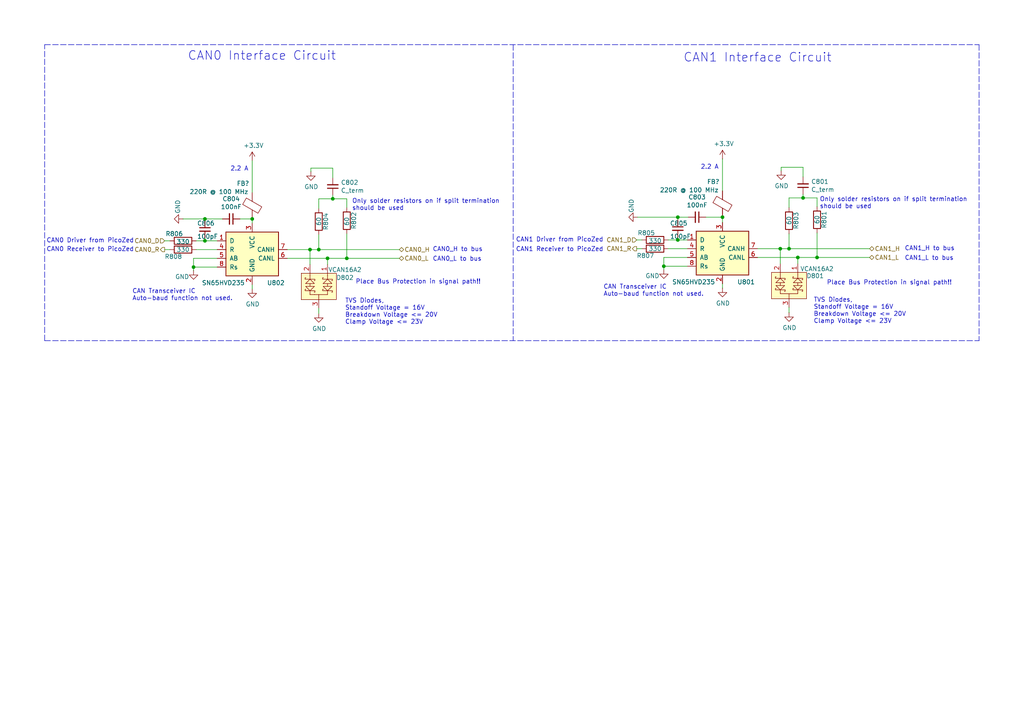
<source format=kicad_sch>
(kicad_sch (version 20231120) (generator "eeschema") (generator_version "8.0")
  (paper "A4")
  (title_block (title "Zynq-Based Master Controller") (date "2020-10-14") (rev "1.0") (company "JFH & SRM"))
  (lib_symbols
    (symbol "Device:C_Small" (pin_numbers hide) (pin_names (offset 0.254) hide)
      (property "Reference" "C" (at 0.254 1.778 0))
      (property "Value" "C_Small" (at 0.254 -2.032 0))
      (symbol "C_Small_0_1"
        (polyline (pts (xy -1.524 -0.508) (xy 1.524 -0.508)) (stroke (width 0.3302)))
        (polyline (pts (xy -1.524 0.508) (xy 1.524 0.508)) (stroke (width 0.3048)))
      )
      (symbol "C_Small_1_1"
        (pin passive line (at 0 2.54 270) (length 2.032) (name "~") (number "1"))
        (pin passive line (at 0 -2.54 90) (length 2.032) (name "~") (number "2"))
      )
    )
    (symbol "Device:FerriteBead" (pin_numbers hide) (pin_names (offset 0))
      (property "Reference" "FB" (at -3.81 0.635 90))
      (property "Value" "FerriteBead" (at 3.81 0 90))
      (symbol "FerriteBead_0_1"
        (polyline (pts (xy 0 -1.27) (xy 0 -1.2192)))
        (polyline (pts (xy 0 1.27) (xy 0 1.2954)))
        (polyline (pts (xy -2.7686 0.4064) (xy -1.7018 2.2606) (xy 2.7686 -0.3048) (xy 1.6764 -2.159) (xy -2.7686 0.4064)))
      )
      (symbol "FerriteBead_1_1"
        (pin passive line (at 0 3.81 270) (length 2.54) (name "~") (number "1"))
        (pin passive line (at 0 -3.81 90) (length 2.54) (name "~") (number "2"))
      )
    )
    (symbol "Device:R" (pin_numbers hide) (pin_names (offset 0))
      (property "Reference" "R" (at 2.032 0 90))
      (property "Value" "R" (at 0 0 90))
      (symbol "R_0_1"
        (rectangle (start -1.016 -2.54) (end 1.016 2.54) (stroke (width 0.254)))
      )
      (symbol "R_1_1"
        (pin passive line (at 0 3.81 270) (length 1.27) (name "~") (number "1"))
        (pin passive line (at 0 -3.81 90) (length 1.27) (name "~") (number "2"))
      )
    )
    (symbol "Interface_CAN_LIN:SN65HVD235" (pin_names (offset 1.016))
      (property "Reference" "U" (at -2.54 10.16 0))
      (property "Value" "SN65HVD235" (at -2.54 7.62 0))
      (symbol "SN65HVD235_0_1"
        (rectangle (start -7.62 5.08) (end 7.62 -7.62) (stroke (width 0.254)) (fill (type background)))
      )
      (symbol "SN65HVD235_1_1"
        (pin input line (at -10.16 2.54 0) (length 2.54) (name "D") (number "1"))
        (pin power_in line (at 0 -10.16 90) (length 2.54) (name "GND") (number "2"))
        (pin power_in line (at 0 7.62 270) (length 2.54) (name "VCC") (number "3"))
        (pin output line (at -10.16 0 0) (length 2.54) (name "R") (number "4"))
        (pin input line (at -10.16 -2.54 0) (length 2.54) (name "AB") (number "5"))
        (pin bidirectional line (at 10.16 -2.54 180) (length 2.54) (name "CANL") (number "6"))
        (pin bidirectional line (at 10.16 0 180) (length 2.54) (name "CANH") (number "7"))
        (pin input line (at -10.16 -5.08 0) (length 2.54) (name "Rs") (number "8"))
      )
    )
    (symbol "Vikings_passives:VCAN16A2" (pin_names (offset 1.016))
      (property "Reference" "D" (at 8.89 -8.89 0))
      (property "Value" "VCAN16A2" (at -2.54 -8.89 0))
      (symbol "VCAN16A2_1_1"
        (polyline (pts (xy 1.1176 -5.4864) (xy 1.3716 -5.4864)))
        (polyline (pts (xy 1.1176 -5.08) (xy 1.1176 -5.4864)))
        (polyline (pts (xy 2.54 -5.08) (xy 1.1176 -5.08)))
        (polyline (pts (xy 2.54 -5.08) (xy 2.54 -6.1976)))
        (polyline (pts (xy 2.54 -3.81) (xy 2.54 -3.048)))
        (polyline (pts (xy 2.54 -1.7272) (xy 2.54 -0.6096)))
        (polyline (pts (xy 2.54 -1.7272) (xy 3.9624 -1.7272)))
        (polyline (pts (xy 2.54 -0.6096) (xy 2.54 0)))
        (polyline (pts (xy 3.9624 -1.7272) (xy 3.9624 -1.3208)))
        (polyline (pts (xy 3.9624 -1.3208) (xy 3.7084 -1.3208)))
        (polyline (pts (xy 5.08 -6.1976) (xy 5.08 -7.6708)))
        (polyline (pts (xy 6.1976 -5.4864) (xy 6.4516 -5.4864)))
        (polyline (pts (xy 6.1976 -5.08) (xy 6.1976 -5.4864)))
        (polyline (pts (xy 6.2992 -6.1976) (xy 7.62 -6.1976)))
        (polyline (pts (xy 6.35 -6.1976) (xy 2.54 -6.1976)))
        (polyline (pts (xy 7.62 -5.08) (xy 6.1976 -5.08)))
        (polyline (pts (xy 7.62 -5.08) (xy 7.62 -6.1976)))
        (polyline (pts (xy 7.62 -1.7272) (xy 7.62 -0.6096)))
        (polyline (pts (xy 7.62 -1.7272) (xy 9.0424 -1.7272)))
        (polyline (pts (xy 7.62 -0.6096) (xy 7.62 0)))
        (polyline (pts (xy 9.0424 -1.7272) (xy 9.0424 -1.3208)))
        (polyline (pts (xy 9.0424 -1.3208) (xy 8.7884 -1.3208)))
        (polyline (pts (xy 7.62 -3.81) (xy 7.62 -3.048) (xy 7.62 -2.9972)))
        (polyline (pts (xy 1.27 -3.81) (xy 3.81 -3.81) (xy 2.54 -5.08) (xy 1.27 -3.81)))
        (polyline (pts (xy 2.54 -5.08) (xy 3.9624 -5.08) (xy 3.9624 -4.6736) (xy 3.7084 -4.6736)))
        (polyline (pts (xy 2.54 -1.7272) (xy 1.1176 -1.7272) (xy 1.1176 -2.1336) (xy 1.3716 -2.1336)))
        (polyline (pts (xy 3.81 -2.9972) (xy 1.27 -2.9972) (xy 2.54 -1.7272) (xy 3.81 -2.9972)))
        (polyline (pts (xy 6.35 -3.81) (xy 8.89 -3.81) (xy 7.62 -5.08) (xy 6.35 -3.81)))
        (polyline (pts (xy 7.62 -5.08) (xy 9.0424 -5.08) (xy 9.0424 -4.6736) (xy 8.7884 -4.6736)))
        (polyline (pts (xy 7.62 -1.7272) (xy 6.1976 -1.7272) (xy 6.1976 -2.1336) (xy 6.4516 -2.1336)))
        (polyline (pts (xy 8.89 -2.9972) (xy 6.35 -2.9972) (xy 7.62 -1.7272) (xy 8.89 -2.9972)))
        (rectangle (start 0 0) (end 10.16 -7.6708) (fill (type background)))
        (pin passive line (at 2.54 2.54 270) (length 2.54) (name "~") (number "1"))
        (pin passive line (at 7.62 2.54 270) (length 2.54) (name "~") (number "2"))
        (pin passive line (at 5.08 -10.16 90) (length 2.54) (name "~") (number "3"))
      )
    )
    (symbol "power:+3.3V" (power) (pin_numbers hide) (pin_names (offset 0) hide)
      (property "Value" "+3.3V" (at 0 3.556 0))
      (symbol "+3.3V_0_1"
        (polyline (pts (xy -0.762 1.27) (xy 0 2.54)))
        (polyline (pts (xy 0 0) (xy 0 2.54)))
        (polyline (pts (xy 0 2.54) (xy 0.762 1.27)))
      )
      (symbol "+3.3V_1_1"
        (pin power_in line (at 0 0 90) (length 0) (name "~") (number "1"))
      )
    )
    (symbol "power:GND" (power) (pin_numbers hide) (pin_names (offset 0) hide)
      (property "Value" "GND" (at 0 -3.81 0))
      (symbol "GND_0_1"
        (polyline (pts (xy 0 0) (xy 0 -1.27) (xy 1.27 -1.27) (xy 0 -2.54) (xy -1.27 -1.27) (xy 0 -1.27)))
      )
      (symbol "GND_1_1"
        (pin power_in line (at 0 0 270) (length 0) (name "~") (number "1"))
      )
    )
  )
  (junction (at 236.982 74.676))
  (junction (at 192.532 77.216))
  (junction (at 56.134 77.47))
  (junction (at 100.584 74.93))
  (junction (at 96.52 57.658))
  (junction (at 89.916 72.39))
  (junction (at 209.55 62.992))
  (junction (at 228.854 72.136))
  (junction (at 59.436 69.85))
  (junction (at 59.436 63.5))
  (junction (at 196.596 69.596))
  (junction (at 231.394 74.676))
  (junction (at 196.596 62.992))
  (junction (at 232.918 57.404))
  (junction (at 226.314 72.136))
  (junction (at 92.456 72.39))
  (junction (at 73.152 63.5))
  (junction (at 94.996 74.93))
  (wire (pts (xy 192.532 74.676) (xy 192.532 77.216)))
  (wire (pts (xy 94.996 76.708) (xy 94.996 74.93)))
  (wire (pts (xy 96.52 48.768) (xy 90.17 48.768)))
  (wire (pts (xy 196.596 68.834) (xy 196.596 69.596)))
  (polyline (pts (xy 283.972 12.954) (xy 283.972 98.806)) (stroke (width 0) (type dash)))
  (wire (pts (xy 219.71 72.136) (xy 226.314 72.136)))
  (wire (pts (xy 83.312 74.93) (xy 94.996 74.93)))
  (wire (pts (xy 232.918 57.404) (xy 236.982 57.404)))
  (wire (pts (xy 209.55 62.992) (xy 204.724 62.992)))
  (wire (pts (xy 69.596 63.5) (xy 73.152 63.5)))
  (wire (pts (xy 62.992 77.47) (xy 56.134 77.47)))
  (wire (pts (xy 73.152 82.55) (xy 73.152 83.82)))
  (wire (pts (xy 89.916 76.708) (xy 89.916 72.39)))
  (wire (pts (xy 236.982 57.404) (xy 236.982 59.944)))
  (wire (pts (xy 59.436 64.008) (xy 59.436 63.5)))
  (wire (pts (xy 209.55 64.516) (xy 209.55 62.992)))
  (wire (pts (xy 100.584 57.658) (xy 100.584 60.198)))
  (wire (pts (xy 59.436 69.85) (xy 62.992 69.85)))
  (wire (pts (xy 232.918 56.388) (xy 232.918 57.404)))
  (wire (pts (xy 92.456 68.072) (xy 92.456 72.39)))
  (wire (pts (xy 83.312 72.39) (xy 89.916 72.39)))
  (wire (pts (xy 90.17 48.768) (xy 90.17 49.784)))
  (wire (pts (xy 232.918 48.514) (xy 226.568 48.514)))
  (polyline (pts (xy 12.954 98.806) (xy 283.972 98.806)) (stroke (width 0) (type dash)))
  (wire (pts (xy 228.854 72.136) (xy 252.222 72.136)))
  (wire (pts (xy 209.55 82.296) (xy 209.55 83.566)))
  (wire (pts (xy 100.584 74.93) (xy 115.824 74.93)))
  (wire (pts (xy 89.916 72.39) (xy 92.456 72.39)))
  (wire (pts (xy 231.394 74.676) (xy 236.982 74.676)))
  (wire (pts (xy 219.71 74.676) (xy 231.394 74.676)))
  (wire (pts (xy 96.52 56.642) (xy 96.52 57.658)))
  (wire (pts (xy 100.584 67.818) (xy 100.584 74.93)))
  (wire (pts (xy 236.982 67.564) (xy 236.982 74.676)))
  (wire (pts (xy 184.658 69.596) (xy 186.182 69.596)))
  (wire (pts (xy 209.55 46.101) (xy 209.55 55.372)))
  (wire (pts (xy 92.456 60.452) (xy 92.456 57.658)))
  (wire (pts (xy 192.532 77.216) (xy 192.532 78.232)))
  (wire (pts (xy 94.996 74.93) (xy 100.584 74.93)))
  (wire (pts (xy 236.982 74.676) (xy 252.222 74.676)))
  (wire (pts (xy 186.182 72.136) (xy 184.658 72.136)))
  (wire (pts (xy 196.596 63.754) (xy 196.596 62.992)))
  (wire (pts (xy 62.992 74.93) (xy 56.134 74.93)))
  (wire (pts (xy 196.596 62.992) (xy 199.644 62.992)))
  (wire (pts (xy 96.52 51.562) (xy 96.52 48.768)))
  (wire (pts (xy 199.39 77.216) (xy 192.532 77.216)))
  (wire (pts (xy 199.39 72.136) (xy 193.802 72.136)))
  (wire (pts (xy 56.134 74.93) (xy 56.134 77.47)))
  (wire (pts (xy 193.802 69.596) (xy 196.596 69.596)))
  (wire (pts (xy 56.896 72.39) (xy 62.992 72.39)))
  (wire (pts (xy 231.394 76.454) (xy 231.394 74.676)))
  (polyline (pts (xy 12.954 12.954) (xy 283.972 12.954)) (stroke (width 0) (type dash)))
  (wire (pts (xy 196.596 69.596) (xy 199.39 69.596)))
  (wire (pts (xy 53.086 63.5) (xy 59.436 63.5)))
  (wire (pts (xy 232.918 51.308) (xy 232.918 48.514)))
  (wire (pts (xy 184.912 62.992) (xy 196.596 62.992)))
  (wire (pts (xy 226.314 72.136) (xy 228.854 72.136)))
  (polyline (pts (xy 148.844 12.954) (xy 148.844 98.806)) (stroke (width 0) (type dash)))
  (wire (pts (xy 73.152 64.77) (xy 73.152 63.5)))
  (wire (pts (xy 228.854 89.154) (xy 228.854 90.678)))
  (wire (pts (xy 96.52 57.658) (xy 100.584 57.658)))
  (wire (pts (xy 49.276 69.85) (xy 47.752 69.85)))
  (wire (pts (xy 56.134 77.47) (xy 56.134 78.486)))
  (wire (pts (xy 228.854 60.198) (xy 228.854 57.404)))
  (wire (pts (xy 73.152 46.609) (xy 73.152 55.88)))
  (wire (pts (xy 49.276 72.39) (xy 47.752 72.39)))
  (wire (pts (xy 59.436 69.85) (xy 59.436 69.088)))
  (wire (pts (xy 226.568 48.514) (xy 226.568 49.53)))
  (wire (pts (xy 228.854 67.818) (xy 228.854 72.136)))
  (wire (pts (xy 59.436 63.5) (xy 64.516 63.5)))
  (wire (pts (xy 228.854 57.404) (xy 232.918 57.404)))
  (wire (pts (xy 56.896 69.85) (xy 59.436 69.85)))
  (wire (pts (xy 199.39 74.676) (xy 192.532 74.676)))
  (polyline (pts (xy 12.954 98.806) (xy 12.954 12.954)) (stroke (width 0) (type dash)))
  (wire (pts (xy 92.456 72.39) (xy 115.824 72.39)))
  (wire (pts (xy 92.456 89.408) (xy 92.456 90.932)))
  (wire (pts (xy 226.314 76.454) (xy 226.314 72.136)))
  (wire (pts (xy 92.456 57.658) (xy 96.52 57.658)))
  (text "CAN Transceiver IC\nAuto-baud function not used." (at 38.354 87.376 0) (effects (font (size 1.27 1.27)) (justify left bottom)))
  (text "Place Bus Protection in signal path!!" (at 239.776 82.804 0) (effects (font (size 1.27 1.27)) (justify left bottom)))
  (text "CAN1 Interface Circuit" (at 241.3 18.288 0) (effects (font (size 2.54 2.54)) (justify right bottom)))
  (text "CAN0_L to bus" (at 125.476 75.946 0) (effects (font (size 1.27 1.27)) (justify left bottom)))
  (text "Only solder resistors on if split termination\nshould be used" (at 102.108 61.214 0) (effects (font (size 1.27 1.27)) (justify left bottom)))
  (text "Place Bus Protection in signal path!!" (at 103.124 82.55 0) (effects (font (size 1.27 1.27)) (justify left bottom)))
  (text "CAN1_H to bus" (at 262.382 72.898 0) (effects (font (size 1.27 1.27)) (justify left bottom)))
  (text "CAN0_H to bus" (at 125.476 73.152 0) (effects (font (size 1.27 1.27)) (justify left bottom)))
  (text "2.2 A" (at 203.2 49.276 0) (effects (font (size 1.27 1.27)) (justify left bottom)))
  (text "CAN1_L to bus" (at 262.382 75.692 0) (effects (font (size 1.27 1.27)) (justify left bottom)))
  (text "CAN1 Receiver to PicoZed" (at 149.606 73.152 0) (effects (font (size 1.27 1.27)) (justify left bottom)))
  (text "2.2 A" (at 66.802 49.784 0) (effects (font (size 1.27 1.27)) (justify left bottom)))
  (text "CAN Transceiver IC\nAuto-baud function not used." (at 175.006 86.106 0) (effects (font (size 1.27 1.27)) (justify left bottom)))
  (text "Only solder resistors on if split termination\nshould be used" (at 237.744 60.706 0) (effects (font (size 1.27 1.27)) (justify left bottom)))
  (text "CAN1 Driver from PicoZed" (at 149.606 70.358 0) (effects (font (size 1.27 1.27)) (justify left bottom)))
  (text "TVS Diodes,\nStandoff Voltage = 16V\nBreakdown Voltage <= 20V\nClamp Voltage <= 23V" (at 235.966 93.98 0) (effects (font (size 1.27 1.27)) (justify left bottom)))
  (text "CAN0 Driver from PicoZed" (at 13.462 70.612 0) (effects (font (size 1.27 1.27)) (justify left bottom)))
  (text "CAN0 Receiver to PicoZed" (at 13.462 73.152 0) (effects (font (size 1.27 1.27)) (justify left bottom)))
  (text "CAN0 Interface Circuit" (at 97.536 17.78 0) (effects (font (size 2.54 2.54)) (justify right bottom)))
  (text "TVS Diodes,\nStandoff Voltage = 16V\nBreakdown Voltage <= 20V\nClamp Voltage <= 23V" (at 100.076 94.234 0) (effects (font (size 1.27 1.27)) (justify left bottom)))
  (hierarchical_label "CAN0_L" (shape bidirectional) (at 115.824 74.93 0))
  (hierarchical_label "CAN0_D" (shape input) (at 47.752 69.85 180))
  (hierarchical_label "CAN0_R" (shape output) (at 47.752 72.39 180))
  (hierarchical_label "CAN1_R" (shape output) (at 184.658 72.136 180))
  (hierarchical_label "CAN0_H" (shape bidirectional) (at 115.824 72.39 0))
  (hierarchical_label "CAN1_L" (shape bidirectional) (at 252.222 74.676 0))
  (hierarchical_label "CAN1_H" (shape bidirectional) (at 252.222 72.136 0))
  (hierarchical_label "CAN1_D" (shape input) (at 184.658 69.596 180))
  (symbol (lib_id "Interface_CAN_LIN:SN65HVD235") (at 73.152 72.39 0) (unit 1)
    (property "Reference" "U802" (at 80.01 82.042 0))
    (property "Value" "SN65HVD235" (at 64.77 82.042 0))
    (property "Footprint" "Package_SO:SOIC-8_3.9x4.9mm_P1.27mm" (effects (hide yes)))
    (property "Datasheet" "http://www.ti.com/lit/ds/symlink/sn65hvd234.pdf" (effects (hide yes)))
  )
  (symbol (lib_id "power:GND") (at 56.134 78.486 0) (unit 1)
    (property "Reference" "#PWR0303" (effects (hide yes)))
    (property "Value" "GND" (at 52.832 80.264 0))
  )
  (symbol (lib_id "power:GND") (at 73.152 83.82 0) (unit 1)
    (property "Reference" "#PWR0307" (effects (hide yes)))
    (property "Value" "GND" (at 73.279 88.2142 0))
  )
  (symbol (lib_id "Device:R") (at 92.456 64.262 180) (unit 1)
    (property "Reference" "R804" (at 94.488 66.802 90) (effects (justify right)))
    (property "Value" "60" (at 92.456 65.532 90) (effects (justify right)))
    (property "Footprint" "Resistor_SMD:R_0805_2012Metric" (effects (hide yes)))
  )
  (symbol (lib_id "Device:R") (at 100.584 64.008 180) (unit 1)
    (property "Reference" "R802" (at 102.616 66.548 90) (effects (justify right)))
    (property "Value" "60" (at 100.584 65.532 90) (effects (justify right)))
    (property "Footprint" "Resistor_SMD:R_0805_2012Metric" (effects (hide yes)))
  )
  (symbol (lib_id "Vikings_passives:VCAN16A2") (at 97.536 79.248 0) (mirror y) (unit 1)
    (property "Reference" "D802" (at 102.616 80.518 0) (effects (justify left)))
    (property "Value" "VCAN16A2" (at 104.902 78.232 0) (effects (justify left)))
    (property "Footprint" "Package_TO_SOT_SMD:SOT-323_SC-70" (effects (hide yes)))
    (property "Datasheet" "https://www.mouser.dk/datasheet/2/427/vcan16a2-03g-1713959.pdf" (effects (hide yes)))
  )
  (symbol (lib_id "Device:C_Small") (at 96.52 54.102 180) (unit 1)
    (property "Reference" "C802" (at 98.8568 52.9336 0) (effects (justify right)))
    (property "Value" "C_term" (at 98.8568 55.245 0) (effects (justify right)))
    (property "Footprint" "Capacitor_SMD:C_0603_1608Metric" (effects (hide yes)))
  )
  (symbol (lib_id "Vikings_passives:VCAN16A2") (at 233.934 78.994 0) (mirror y) (unit 1)
    (property "Reference" "D801" (at 239.014 80.01 0) (effects (justify left)))
    (property "Value" "VCAN16A2" (at 241.808 77.978 0) (effects (justify left)))
    (property "Footprint" "Package_TO_SOT_SMD:SOT-323_SC-70" (effects (hide yes)))
    (property "Datasheet" "https://www.mouser.dk/datasheet/2/427/vcan16a2-03g-1713959.pdf" (effects (hide yes)))
  )
  (symbol (lib_id "power:GND") (at 90.17 49.784 0) (unit 1)
    (property "Reference" "#PWR0308" (effects (hide yes)))
    (property "Value" "GND" (at 90.297 54.1782 0))
  )
  (symbol (lib_id "power:GND") (at 92.456 90.932 0) (unit 1)
    (property "Reference" "#PWR0309" (effects (hide yes)))
    (property "Value" "GND" (at 92.583 95.3262 0))
  )
  (symbol (lib_id "Interface_CAN_LIN:SN65HVD235") (at 209.55 72.136 0) (unit 1)
    (property "Reference" "U801" (at 216.408 81.788 0))
    (property "Value" "SN65HVD235" (at 201.168 81.788 0))
    (property "Footprint" "Package_SO:SOIC-8_3.9x4.9mm_P1.27mm" (effects (hide yes)))
    (property "Datasheet" "http://www.ti.com/lit/ds/symlink/sn65hvd234.pdf" (effects (hide yes)))
  )
  (symbol (lib_id "power:GND") (at 192.532 78.232 0) (unit 1)
    (property "Reference" "#PWR0318" (effects (hide yes)))
    (property "Value" "GND" (at 189.23 80.01 0))
  )
  (symbol (lib_id "power:GND") (at 209.55 83.566 0) (unit 1)
    (property "Reference" "#PWR0315" (effects (hide yes)))
    (property "Value" "GND" (at 209.677 87.9602 0))
  )
  (symbol (lib_id "Device:R") (at 228.854 64.008 180) (unit 1)
    (property "Reference" "R803" (at 230.886 66.548 90) (effects (justify right)))
    (property "Value" "60" (at 228.854 65.278 90) (effects (justify right)))
    (property "Footprint" "Resistor_SMD:R_0805_2012Metric" (effects (hide yes)))
  )
  (symbol (lib_id "Device:R") (at 236.982 63.754 180) (unit 1)
    (property "Reference" "R801" (at 239.014 66.294 90) (effects (justify right)))
    (property "Value" "60" (at 236.982 65.024 90) (effects (justify right)))
    (property "Footprint" "Resistor_SMD:R_0805_2012Metric" (effects (hide yes)))
  )
  (symbol (lib_id "Device:C_Small") (at 232.918 53.848 180) (unit 1)
    (property "Reference" "C801" (at 235.2548 52.6796 0) (effects (justify right)))
    (property "Value" "C_term" (at 235.2548 54.991 0) (effects (justify right)))
    (property "Footprint" "Capacitor_SMD:C_0603_1608Metric" (effects (hide yes)))
  )
  (symbol (lib_id "power:GND") (at 226.568 49.53 0) (unit 1)
    (property "Reference" "#PWR0314" (effects (hide yes)))
    (property "Value" "GND" (at 226.695 53.9242 0))
  )
  (symbol (lib_id "power:GND") (at 228.854 90.678 0) (unit 1)
    (property "Reference" "#PWR0310" (effects (hide yes)))
    (property "Value" "GND" (at 228.981 95.0722 0))
  )
  (symbol (lib_id "Device:C_Small") (at 67.056 63.5 270) (unit 1)
    (property "Reference" "C804" (at 67.056 57.6834 90))
    (property "Value" "100nF" (at 67.056 59.9948 90))
    (property "Footprint" "Capacitor_SMD:C_0603_1608Metric" (effects (hide yes)))
  )
  (symbol (lib_id "power:GND") (at 53.086 63.5 270) (unit 1)
    (property "Reference" "#PWR0319" (effects (hide yes)))
    (property "Value" "GND" (at 51.562 59.944 0))
  )
  (symbol (lib_id "Device:C_Small") (at 202.184 62.992 270) (unit 1)
    (property "Reference" "C803" (at 202.184 57.1754 90))
    (property "Value" "100nF" (at 202.184 59.4868 90))
    (property "Footprint" "Capacitor_SMD:C_0603_1608Metric" (effects (hide yes)))
  )
  (symbol (lib_id "power:GND") (at 184.912 62.992 270) (unit 1)
    (property "Reference" "#PWR0320" (effects (hide yes)))
    (property "Value" "GND" (at 183.134 59.69 0))
  )
  (symbol (lib_id "Device:R") (at 53.086 69.85 90) (unit 1)
    (property "Reference" "R806" (at 50.546 67.818 90))
    (property "Value" "330" (at 53.086 70.104 90))
    (property "Footprint" "Resistor_SMD:R_0603_1608Metric" (effects (hide yes)))
  )
  (symbol (lib_id "Device:R") (at 53.086 72.39 270) (unit 1)
    (property "Reference" "R808" (at 50.292 74.422 90))
    (property "Value" "330" (at 53.086 72.39 90))
    (property "Footprint" "Resistor_SMD:R_0603_1608Metric" (effects (hide yes)))
  )
  (symbol (lib_id "Device:C_Small") (at 59.436 66.548 0) (unit 1)
    (property "Reference" "C806" (at 57.15 64.77 0) (effects (justify left)))
    (property "Value" "100pF" (at 57.15 68.58 0) (effects (justify left)))
    (property "Footprint" "Capacitor_SMD:C_0603_1608Metric" (effects (hide yes)))
    (property "Datasheet" "https://www.we-online.com/katalog/en/datasheet/885012006023.pdf" (effects (hide yes)))
    (property "Manufacturer" "Würth Elektronik" (effects (hide yes)))
    (property "Man. Part No." "885012006023" (effects (hide yes)))
  )
  (symbol (lib_id "Device:R") (at 189.992 69.596 90) (unit 1)
    (property "Reference" "R805" (at 187.452 67.564 90))
    (property "Value" "330" (at 189.992 69.85 90))
    (property "Footprint" "Resistor_SMD:R_0603_1608Metric" (effects (hide yes)))
  )
  (symbol (lib_id "Device:R") (at 189.992 72.136 270) (unit 1)
    (property "Reference" "R807" (at 187.198 74.168 90))
    (property "Value" "330" (at 189.992 72.136 90))
    (property "Footprint" "Resistor_SMD:R_0603_1608Metric" (effects (hide yes)))
  )
  (symbol (lib_id "Device:C_Small") (at 196.596 66.294 0) (unit 1)
    (property "Reference" "C805" (at 194.31 64.77 0) (effects (justify left)))
    (property "Value" "100pF" (at 194.31 68.58 0) (effects (justify left)))
    (property "Footprint" "Capacitor_SMD:C_0603_1608Metric" (effects (hide yes)))
    (property "Datasheet" "https://www.we-online.com/katalog/en/datasheet/885012006023.pdf" (effects (hide yes)))
    (property "Manufacturer" "Würth Elektronik" (effects (hide yes)))
    (property "Man. Part No." "885012006023" (effects (hide yes)))
  )
  (symbol (lib_id "power:+3.3V") (at 209.55 46.101 0) (unit 1)
    (property "Reference" "#PWR0321" (effects (hide yes)))
    (property "Value" "+3.3V" (at 209.931 41.7068 0))
  )
  (symbol (lib_id "Device:FerriteBead") (at 209.55 59.182 0) (unit 1)
    (property "Reference" "FB?" (at 206.883 52.705 0))
    (property "Value" "220R @ 100 MHz" (at 199.898 55.118 0))
    (property "Footprint" "Inductor_SMD:L_0603_1608Metric" (effects (hide yes)))
    (property "Description" "Ferrite bead" (effects (hide yes)))
    (property "Name" "MPZ1608S221ATA00" (effects (hide yes)))
    (instances (project "" (path "" (reference "FB?") (unit 1)) (path "" (reference "FB?") (unit 1)) (path "" (reference "FB801") (unit 1))))
  )
  (symbol (lib_id "power:+3.3V") (at 73.152 46.609 0) (unit 1)
    (property "Reference" "#PWR0322" (effects (hide yes)))
    (property "Value" "+3.3V" (at 73.533 42.2148 0))
  )
  (symbol (lib_id "Device:FerriteBead") (at 73.152 59.69 0) (unit 1)
    (property "Reference" "FB?" (at 70.485 53.213 0))
    (property "Value" "220R @ 100 MHz" (at 63.5 55.626 0))
    (property "Footprint" "Inductor_SMD:L_0603_1608Metric" (effects (hide yes)))
    (property "Description" "Ferrite bead" (effects (hide yes)))
    (property "Name" "MPZ1608S221ATA00" (effects (hide yes)))
    (instances (project "" (path "" (reference "FB?") (unit 1)) (path "" (reference "FB?") (unit 1)) (path "" (reference "FB802") (unit 1))))
  )
)
</source>
